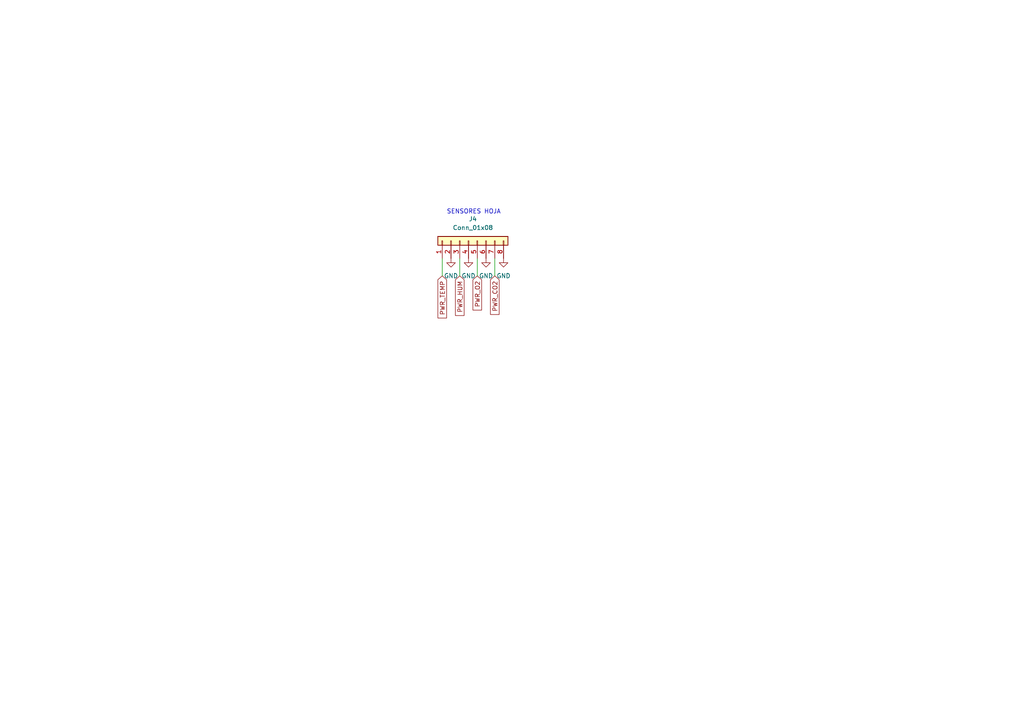
<source format=kicad_sch>
(kicad_sch (version 20211123) (generator eeschema)

  (uuid ed5074f2-4714-4169-bf36-3b9c2f606b64)

  (paper "A4")

  (title_block
    (title "Pines_alimentacion_sensores")
    (date "2023-06-18")
    (company "UC3M")
    (comment 1 "Pines para alimentar los sensores.")
  )

  (lib_symbols
    (symbol "Connector_Generic:Conn_01x08" (pin_names (offset 1.016) hide) (in_bom yes) (on_board yes)
      (property "Reference" "J" (id 0) (at 0 10.16 0)
        (effects (font (size 1.27 1.27)))
      )
      (property "Value" "Conn_01x08" (id 1) (at 0 -12.7 0)
        (effects (font (size 1.27 1.27)))
      )
      (property "Footprint" "" (id 2) (at 0 0 0)
        (effects (font (size 1.27 1.27)) hide)
      )
      (property "Datasheet" "~" (id 3) (at 0 0 0)
        (effects (font (size 1.27 1.27)) hide)
      )
      (property "ki_keywords" "connector" (id 4) (at 0 0 0)
        (effects (font (size 1.27 1.27)) hide)
      )
      (property "ki_description" "Generic connector, single row, 01x08, script generated (kicad-library-utils/schlib/autogen/connector/)" (id 5) (at 0 0 0)
        (effects (font (size 1.27 1.27)) hide)
      )
      (property "ki_fp_filters" "Connector*:*_1x??_*" (id 6) (at 0 0 0)
        (effects (font (size 1.27 1.27)) hide)
      )
      (symbol "Conn_01x08_1_1"
        (rectangle (start -1.27 -10.033) (end 0 -10.287)
          (stroke (width 0.1524) (type default) (color 0 0 0 0))
          (fill (type none))
        )
        (rectangle (start -1.27 -7.493) (end 0 -7.747)
          (stroke (width 0.1524) (type default) (color 0 0 0 0))
          (fill (type none))
        )
        (rectangle (start -1.27 -4.953) (end 0 -5.207)
          (stroke (width 0.1524) (type default) (color 0 0 0 0))
          (fill (type none))
        )
        (rectangle (start -1.27 -2.413) (end 0 -2.667)
          (stroke (width 0.1524) (type default) (color 0 0 0 0))
          (fill (type none))
        )
        (rectangle (start -1.27 0.127) (end 0 -0.127)
          (stroke (width 0.1524) (type default) (color 0 0 0 0))
          (fill (type none))
        )
        (rectangle (start -1.27 2.667) (end 0 2.413)
          (stroke (width 0.1524) (type default) (color 0 0 0 0))
          (fill (type none))
        )
        (rectangle (start -1.27 5.207) (end 0 4.953)
          (stroke (width 0.1524) (type default) (color 0 0 0 0))
          (fill (type none))
        )
        (rectangle (start -1.27 7.747) (end 0 7.493)
          (stroke (width 0.1524) (type default) (color 0 0 0 0))
          (fill (type none))
        )
        (rectangle (start -1.27 8.89) (end 1.27 -11.43)
          (stroke (width 0.254) (type default) (color 0 0 0 0))
          (fill (type background))
        )
        (pin passive line (at -5.08 7.62 0) (length 3.81)
          (name "Pin_1" (effects (font (size 1.27 1.27))))
          (number "1" (effects (font (size 1.27 1.27))))
        )
        (pin passive line (at -5.08 5.08 0) (length 3.81)
          (name "Pin_2" (effects (font (size 1.27 1.27))))
          (number "2" (effects (font (size 1.27 1.27))))
        )
        (pin passive line (at -5.08 2.54 0) (length 3.81)
          (name "Pin_3" (effects (font (size 1.27 1.27))))
          (number "3" (effects (font (size 1.27 1.27))))
        )
        (pin passive line (at -5.08 0 0) (length 3.81)
          (name "Pin_4" (effects (font (size 1.27 1.27))))
          (number "4" (effects (font (size 1.27 1.27))))
        )
        (pin passive line (at -5.08 -2.54 0) (length 3.81)
          (name "Pin_5" (effects (font (size 1.27 1.27))))
          (number "5" (effects (font (size 1.27 1.27))))
        )
        (pin passive line (at -5.08 -5.08 0) (length 3.81)
          (name "Pin_6" (effects (font (size 1.27 1.27))))
          (number "6" (effects (font (size 1.27 1.27))))
        )
        (pin passive line (at -5.08 -7.62 0) (length 3.81)
          (name "Pin_7" (effects (font (size 1.27 1.27))))
          (number "7" (effects (font (size 1.27 1.27))))
        )
        (pin passive line (at -5.08 -10.16 0) (length 3.81)
          (name "Pin_8" (effects (font (size 1.27 1.27))))
          (number "8" (effects (font (size 1.27 1.27))))
        )
      )
    )
    (symbol "power:GND" (power) (pin_names (offset 0)) (in_bom yes) (on_board yes)
      (property "Reference" "#PWR" (id 0) (at 0 -6.35 0)
        (effects (font (size 1.27 1.27)) hide)
      )
      (property "Value" "GND" (id 1) (at 0 -3.81 0)
        (effects (font (size 1.27 1.27)))
      )
      (property "Footprint" "" (id 2) (at 0 0 0)
        (effects (font (size 1.27 1.27)) hide)
      )
      (property "Datasheet" "" (id 3) (at 0 0 0)
        (effects (font (size 1.27 1.27)) hide)
      )
      (property "ki_keywords" "power-flag" (id 4) (at 0 0 0)
        (effects (font (size 1.27 1.27)) hide)
      )
      (property "ki_description" "Power symbol creates a global label with name \"GND\" , ground" (id 5) (at 0 0 0)
        (effects (font (size 1.27 1.27)) hide)
      )
      (symbol "GND_0_1"
        (polyline
          (pts
            (xy 0 0)
            (xy 0 -1.27)
            (xy 1.27 -1.27)
            (xy 0 -2.54)
            (xy -1.27 -1.27)
            (xy 0 -1.27)
          )
          (stroke (width 0) (type default) (color 0 0 0 0))
          (fill (type none))
        )
      )
      (symbol "GND_1_1"
        (pin power_in line (at 0 0 270) (length 0) hide
          (name "GND" (effects (font (size 1.27 1.27))))
          (number "1" (effects (font (size 1.27 1.27))))
        )
      )
    )
  )


  (wire (pts (xy 138.43 74.93) (xy 138.43 80.01))
    (stroke (width 0) (type default) (color 0 0 0 0))
    (uuid 63a47a58-7157-492b-8785-475372d1c9b5)
  )
  (wire (pts (xy 143.51 74.93) (xy 143.51 80.01))
    (stroke (width 0) (type default) (color 0 0 0 0))
    (uuid a7d71599-d51f-4255-882e-4e0b0320495e)
  )
  (wire (pts (xy 133.35 74.93) (xy 133.35 80.01))
    (stroke (width 0) (type default) (color 0 0 0 0))
    (uuid cd2fe37e-59cf-427f-a0df-a73e22139c87)
  )
  (wire (pts (xy 128.27 74.93) (xy 128.27 80.01))
    (stroke (width 0) (type default) (color 0 0 0 0))
    (uuid d3032d13-a346-4a9e-bc3f-be14f1827058)
  )

  (text "SENSORES HOJA" (at 129.54 62.23 0)
    (effects (font (size 1.27 1.27)) (justify left bottom))
    (uuid 6e38c5dc-9c4e-43a3-a0d3-e14c3ce03345)
  )

  (global_label "PWR_TEMP" (shape input) (at 128.27 80.01 270) (fields_autoplaced)
    (effects (font (size 1.27 1.27)) (justify right))
    (uuid 60c0c665-231c-4c45-a916-bb4eb446f5a4)
    (property "Intersheet References" "${INTERSHEET_REFS}" (id 0) (at 128.1906 92.2202 90)
      (effects (font (size 1.27 1.27)) (justify right) hide)
    )
  )
  (global_label "PWR_HUM" (shape input) (at 133.35 80.01 270) (fields_autoplaced)
    (effects (font (size 1.27 1.27)) (justify right))
    (uuid 69cfb70f-989b-4018-b263-ba0cfd16ea7e)
    (property "Intersheet References" "${INTERSHEET_REFS}" (id 0) (at 133.2706 91.4945 90)
      (effects (font (size 1.27 1.27)) (justify right) hide)
    )
  )
  (global_label "PWR_CO2" (shape input) (at 143.51 80.01 270) (fields_autoplaced)
    (effects (font (size 1.27 1.27)) (justify right))
    (uuid a0b7db9a-7d17-4e4a-a36c-9f81daa4536c)
    (property "Intersheet References" "${INTERSHEET_REFS}" (id 0) (at 143.4306 91.1921 90)
      (effects (font (size 1.27 1.27)) (justify right) hide)
    )
  )
  (global_label "PWR_O2" (shape input) (at 138.43 80.01 270) (fields_autoplaced)
    (effects (font (size 1.27 1.27)) (justify right))
    (uuid f1055848-0c7c-4c90-8c10-b94e341131bc)
    (property "Intersheet References" "${INTERSHEET_REFS}" (id 0) (at 138.3506 89.9221 90)
      (effects (font (size 1.27 1.27)) (justify right) hide)
    )
  )

  (symbol (lib_id "power:GND") (at 140.97 74.93 0) (unit 1)
    (in_bom yes) (on_board yes) (fields_autoplaced)
    (uuid 4f35b383-beb2-4458-a021-d340ebdcd667)
    (property "Reference" "#PWR0112" (id 0) (at 140.97 81.28 0)
      (effects (font (size 1.27 1.27)) hide)
    )
    (property "Value" "GND" (id 1) (at 140.97 80.01 0))
    (property "Footprint" "" (id 2) (at 140.97 74.93 0)
      (effects (font (size 1.27 1.27)) hide)
    )
    (property "Datasheet" "" (id 3) (at 140.97 74.93 0)
      (effects (font (size 1.27 1.27)) hide)
    )
    (pin "1" (uuid afe57c1a-b59f-431b-88bf-df7edb4c176f))
  )

  (symbol (lib_id "Connector_Generic:Conn_01x08") (at 135.89 69.85 90) (unit 1)
    (in_bom yes) (on_board yes) (fields_autoplaced)
    (uuid 71f8c395-c4dc-402f-84ea-f7d356548cea)
    (property "Reference" "J4" (id 0) (at 137.16 63.5 90))
    (property "Value" "Conn_01x08" (id 1) (at 137.16 66.04 90))
    (property "Footprint" "Connector_PinHeader_2.54mm:PinHeader_1x08_P2.54mm_Vertical" (id 2) (at 135.89 69.85 0)
      (effects (font (size 1.27 1.27)) hide)
    )
    (property "Datasheet" "~" (id 3) (at 135.89 69.85 0)
      (effects (font (size 1.27 1.27)) hide)
    )
    (pin "1" (uuid eec54d8c-1fe8-460e-87c4-35ed83a4e822))
    (pin "2" (uuid 96d0dad8-db16-4313-9411-edc955e886cc))
    (pin "3" (uuid 08aeed90-b94d-425e-b40f-ec9b0ef5d229))
    (pin "4" (uuid 89489cb7-e299-4452-b89d-879b8f1aaee6))
    (pin "5" (uuid 8f035b7b-0dd9-4357-9232-f9e0312e7022))
    (pin "6" (uuid 62f26dec-3762-4f7d-8a6e-7a0f65c743e5))
    (pin "7" (uuid 184996ab-72dc-475d-85bd-129e2183b8bc))
    (pin "8" (uuid c4cdee7a-fae8-4ca4-a8f2-d310899c52b1))
  )

  (symbol (lib_id "power:GND") (at 130.81 74.93 0) (unit 1)
    (in_bom yes) (on_board yes) (fields_autoplaced)
    (uuid 9210dc5f-d97e-45bf-944f-99350201aac1)
    (property "Reference" "#PWR0113" (id 0) (at 130.81 81.28 0)
      (effects (font (size 1.27 1.27)) hide)
    )
    (property "Value" "GND" (id 1) (at 130.81 80.01 0))
    (property "Footprint" "" (id 2) (at 130.81 74.93 0)
      (effects (font (size 1.27 1.27)) hide)
    )
    (property "Datasheet" "" (id 3) (at 130.81 74.93 0)
      (effects (font (size 1.27 1.27)) hide)
    )
    (pin "1" (uuid 8e88fec0-30ec-464e-93cd-c81db6b2ceeb))
  )

  (symbol (lib_id "power:GND") (at 135.89 74.93 0) (unit 1)
    (in_bom yes) (on_board yes) (fields_autoplaced)
    (uuid f8353bf0-dbbf-4905-97cb-b3201b36428f)
    (property "Reference" "#PWR0114" (id 0) (at 135.89 81.28 0)
      (effects (font (size 1.27 1.27)) hide)
    )
    (property "Value" "GND" (id 1) (at 135.89 80.01 0))
    (property "Footprint" "" (id 2) (at 135.89 74.93 0)
      (effects (font (size 1.27 1.27)) hide)
    )
    (property "Datasheet" "" (id 3) (at 135.89 74.93 0)
      (effects (font (size 1.27 1.27)) hide)
    )
    (pin "1" (uuid 0f68ade1-9dc5-48f3-a375-b7461230fb7a))
  )

  (symbol (lib_id "power:GND") (at 146.05 74.93 0) (unit 1)
    (in_bom yes) (on_board yes) (fields_autoplaced)
    (uuid fbc6dfda-0285-4fce-8dbb-07009b74bf58)
    (property "Reference" "#PWR0115" (id 0) (at 146.05 81.28 0)
      (effects (font (size 1.27 1.27)) hide)
    )
    (property "Value" "GND" (id 1) (at 146.05 80.01 0))
    (property "Footprint" "" (id 2) (at 146.05 74.93 0)
      (effects (font (size 1.27 1.27)) hide)
    )
    (property "Datasheet" "" (id 3) (at 146.05 74.93 0)
      (effects (font (size 1.27 1.27)) hide)
    )
    (pin "1" (uuid 4ef5098c-415d-44ef-9ad1-641585f4cca6))
  )
)

</source>
